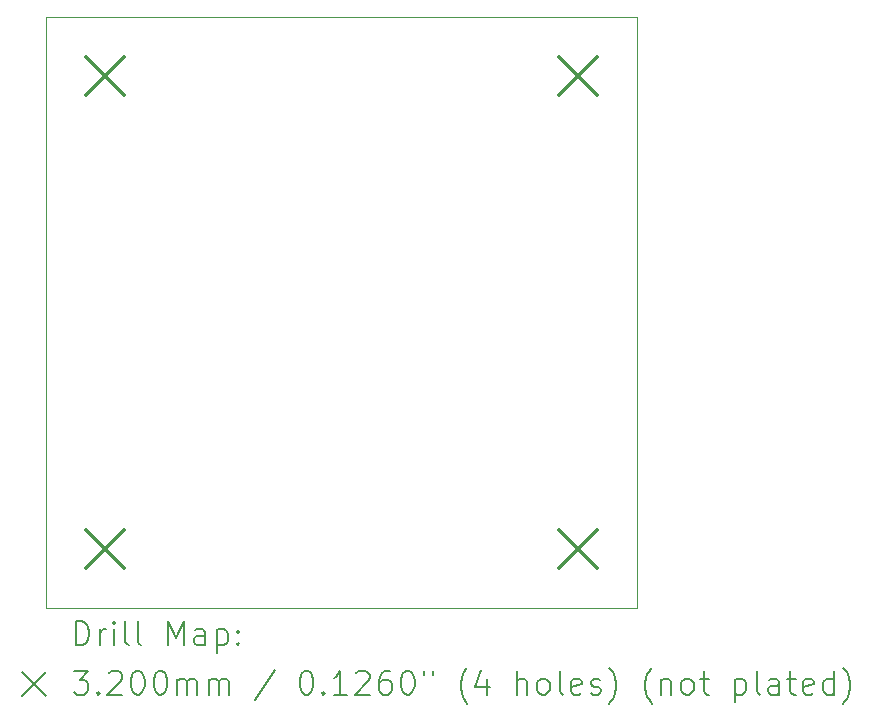
<source format=gbr>
%TF.GenerationSoftware,KiCad,Pcbnew,6.0.11-2627ca5db0~126~ubuntu20.04.1*%
%TF.CreationDate,2025-05-12T21:47:31+10:00*%
%TF.ProjectId,encoder_pcb,656e636f-6465-4725-9f70-63622e6b6963,rev?*%
%TF.SameCoordinates,Original*%
%TF.FileFunction,Drillmap*%
%TF.FilePolarity,Positive*%
%FSLAX45Y45*%
G04 Gerber Fmt 4.5, Leading zero omitted, Abs format (unit mm)*
G04 Created by KiCad (PCBNEW 6.0.11-2627ca5db0~126~ubuntu20.04.1) date 2025-05-12 21:47:31*
%MOMM*%
%LPD*%
G01*
G04 APERTURE LIST*
%ADD10C,0.100000*%
%ADD11C,0.200000*%
%ADD12C,0.320000*%
G04 APERTURE END LIST*
D10*
X11900000Y-7500000D02*
X16900000Y-7500000D01*
X16900000Y-7500000D02*
X16900000Y-12500000D01*
X16900000Y-12500000D02*
X11900000Y-12500000D01*
X11900000Y-12500000D02*
X11900000Y-7500000D01*
D11*
D12*
X12240000Y-7840000D02*
X12560000Y-8160000D01*
X12560000Y-7840000D02*
X12240000Y-8160000D01*
X12240000Y-11840000D02*
X12560000Y-12160000D01*
X12560000Y-11840000D02*
X12240000Y-12160000D01*
X16240000Y-7840000D02*
X16560000Y-8160000D01*
X16560000Y-7840000D02*
X16240000Y-8160000D01*
X16240000Y-11840000D02*
X16560000Y-12160000D01*
X16560000Y-11840000D02*
X16240000Y-12160000D01*
D11*
X12152619Y-12815476D02*
X12152619Y-12615476D01*
X12200238Y-12615476D01*
X12228809Y-12625000D01*
X12247857Y-12644048D01*
X12257381Y-12663095D01*
X12266905Y-12701190D01*
X12266905Y-12729762D01*
X12257381Y-12767857D01*
X12247857Y-12786905D01*
X12228809Y-12805952D01*
X12200238Y-12815476D01*
X12152619Y-12815476D01*
X12352619Y-12815476D02*
X12352619Y-12682143D01*
X12352619Y-12720238D02*
X12362143Y-12701190D01*
X12371667Y-12691667D01*
X12390714Y-12682143D01*
X12409762Y-12682143D01*
X12476428Y-12815476D02*
X12476428Y-12682143D01*
X12476428Y-12615476D02*
X12466905Y-12625000D01*
X12476428Y-12634524D01*
X12485952Y-12625000D01*
X12476428Y-12615476D01*
X12476428Y-12634524D01*
X12600238Y-12815476D02*
X12581190Y-12805952D01*
X12571667Y-12786905D01*
X12571667Y-12615476D01*
X12705000Y-12815476D02*
X12685952Y-12805952D01*
X12676428Y-12786905D01*
X12676428Y-12615476D01*
X12933571Y-12815476D02*
X12933571Y-12615476D01*
X13000238Y-12758333D01*
X13066905Y-12615476D01*
X13066905Y-12815476D01*
X13247857Y-12815476D02*
X13247857Y-12710714D01*
X13238333Y-12691667D01*
X13219286Y-12682143D01*
X13181190Y-12682143D01*
X13162143Y-12691667D01*
X13247857Y-12805952D02*
X13228809Y-12815476D01*
X13181190Y-12815476D01*
X13162143Y-12805952D01*
X13152619Y-12786905D01*
X13152619Y-12767857D01*
X13162143Y-12748809D01*
X13181190Y-12739286D01*
X13228809Y-12739286D01*
X13247857Y-12729762D01*
X13343095Y-12682143D02*
X13343095Y-12882143D01*
X13343095Y-12691667D02*
X13362143Y-12682143D01*
X13400238Y-12682143D01*
X13419286Y-12691667D01*
X13428809Y-12701190D01*
X13438333Y-12720238D01*
X13438333Y-12777381D01*
X13428809Y-12796428D01*
X13419286Y-12805952D01*
X13400238Y-12815476D01*
X13362143Y-12815476D01*
X13343095Y-12805952D01*
X13524048Y-12796428D02*
X13533571Y-12805952D01*
X13524048Y-12815476D01*
X13514524Y-12805952D01*
X13524048Y-12796428D01*
X13524048Y-12815476D01*
X13524048Y-12691667D02*
X13533571Y-12701190D01*
X13524048Y-12710714D01*
X13514524Y-12701190D01*
X13524048Y-12691667D01*
X13524048Y-12710714D01*
X11695000Y-13045000D02*
X11895000Y-13245000D01*
X11895000Y-13045000D02*
X11695000Y-13245000D01*
X12133571Y-13035476D02*
X12257381Y-13035476D01*
X12190714Y-13111667D01*
X12219286Y-13111667D01*
X12238333Y-13121190D01*
X12247857Y-13130714D01*
X12257381Y-13149762D01*
X12257381Y-13197381D01*
X12247857Y-13216428D01*
X12238333Y-13225952D01*
X12219286Y-13235476D01*
X12162143Y-13235476D01*
X12143095Y-13225952D01*
X12133571Y-13216428D01*
X12343095Y-13216428D02*
X12352619Y-13225952D01*
X12343095Y-13235476D01*
X12333571Y-13225952D01*
X12343095Y-13216428D01*
X12343095Y-13235476D01*
X12428809Y-13054524D02*
X12438333Y-13045000D01*
X12457381Y-13035476D01*
X12505000Y-13035476D01*
X12524048Y-13045000D01*
X12533571Y-13054524D01*
X12543095Y-13073571D01*
X12543095Y-13092619D01*
X12533571Y-13121190D01*
X12419286Y-13235476D01*
X12543095Y-13235476D01*
X12666905Y-13035476D02*
X12685952Y-13035476D01*
X12705000Y-13045000D01*
X12714524Y-13054524D01*
X12724048Y-13073571D01*
X12733571Y-13111667D01*
X12733571Y-13159286D01*
X12724048Y-13197381D01*
X12714524Y-13216428D01*
X12705000Y-13225952D01*
X12685952Y-13235476D01*
X12666905Y-13235476D01*
X12647857Y-13225952D01*
X12638333Y-13216428D01*
X12628809Y-13197381D01*
X12619286Y-13159286D01*
X12619286Y-13111667D01*
X12628809Y-13073571D01*
X12638333Y-13054524D01*
X12647857Y-13045000D01*
X12666905Y-13035476D01*
X12857381Y-13035476D02*
X12876428Y-13035476D01*
X12895476Y-13045000D01*
X12905000Y-13054524D01*
X12914524Y-13073571D01*
X12924048Y-13111667D01*
X12924048Y-13159286D01*
X12914524Y-13197381D01*
X12905000Y-13216428D01*
X12895476Y-13225952D01*
X12876428Y-13235476D01*
X12857381Y-13235476D01*
X12838333Y-13225952D01*
X12828809Y-13216428D01*
X12819286Y-13197381D01*
X12809762Y-13159286D01*
X12809762Y-13111667D01*
X12819286Y-13073571D01*
X12828809Y-13054524D01*
X12838333Y-13045000D01*
X12857381Y-13035476D01*
X13009762Y-13235476D02*
X13009762Y-13102143D01*
X13009762Y-13121190D02*
X13019286Y-13111667D01*
X13038333Y-13102143D01*
X13066905Y-13102143D01*
X13085952Y-13111667D01*
X13095476Y-13130714D01*
X13095476Y-13235476D01*
X13095476Y-13130714D02*
X13105000Y-13111667D01*
X13124048Y-13102143D01*
X13152619Y-13102143D01*
X13171667Y-13111667D01*
X13181190Y-13130714D01*
X13181190Y-13235476D01*
X13276428Y-13235476D02*
X13276428Y-13102143D01*
X13276428Y-13121190D02*
X13285952Y-13111667D01*
X13305000Y-13102143D01*
X13333571Y-13102143D01*
X13352619Y-13111667D01*
X13362143Y-13130714D01*
X13362143Y-13235476D01*
X13362143Y-13130714D02*
X13371667Y-13111667D01*
X13390714Y-13102143D01*
X13419286Y-13102143D01*
X13438333Y-13111667D01*
X13447857Y-13130714D01*
X13447857Y-13235476D01*
X13838333Y-13025952D02*
X13666905Y-13283095D01*
X14095476Y-13035476D02*
X14114524Y-13035476D01*
X14133571Y-13045000D01*
X14143095Y-13054524D01*
X14152619Y-13073571D01*
X14162143Y-13111667D01*
X14162143Y-13159286D01*
X14152619Y-13197381D01*
X14143095Y-13216428D01*
X14133571Y-13225952D01*
X14114524Y-13235476D01*
X14095476Y-13235476D01*
X14076428Y-13225952D01*
X14066905Y-13216428D01*
X14057381Y-13197381D01*
X14047857Y-13159286D01*
X14047857Y-13111667D01*
X14057381Y-13073571D01*
X14066905Y-13054524D01*
X14076428Y-13045000D01*
X14095476Y-13035476D01*
X14247857Y-13216428D02*
X14257381Y-13225952D01*
X14247857Y-13235476D01*
X14238333Y-13225952D01*
X14247857Y-13216428D01*
X14247857Y-13235476D01*
X14447857Y-13235476D02*
X14333571Y-13235476D01*
X14390714Y-13235476D02*
X14390714Y-13035476D01*
X14371667Y-13064048D01*
X14352619Y-13083095D01*
X14333571Y-13092619D01*
X14524048Y-13054524D02*
X14533571Y-13045000D01*
X14552619Y-13035476D01*
X14600238Y-13035476D01*
X14619286Y-13045000D01*
X14628809Y-13054524D01*
X14638333Y-13073571D01*
X14638333Y-13092619D01*
X14628809Y-13121190D01*
X14514524Y-13235476D01*
X14638333Y-13235476D01*
X14809762Y-13035476D02*
X14771667Y-13035476D01*
X14752619Y-13045000D01*
X14743095Y-13054524D01*
X14724048Y-13083095D01*
X14714524Y-13121190D01*
X14714524Y-13197381D01*
X14724048Y-13216428D01*
X14733571Y-13225952D01*
X14752619Y-13235476D01*
X14790714Y-13235476D01*
X14809762Y-13225952D01*
X14819286Y-13216428D01*
X14828809Y-13197381D01*
X14828809Y-13149762D01*
X14819286Y-13130714D01*
X14809762Y-13121190D01*
X14790714Y-13111667D01*
X14752619Y-13111667D01*
X14733571Y-13121190D01*
X14724048Y-13130714D01*
X14714524Y-13149762D01*
X14952619Y-13035476D02*
X14971667Y-13035476D01*
X14990714Y-13045000D01*
X15000238Y-13054524D01*
X15009762Y-13073571D01*
X15019286Y-13111667D01*
X15019286Y-13159286D01*
X15009762Y-13197381D01*
X15000238Y-13216428D01*
X14990714Y-13225952D01*
X14971667Y-13235476D01*
X14952619Y-13235476D01*
X14933571Y-13225952D01*
X14924048Y-13216428D01*
X14914524Y-13197381D01*
X14905000Y-13159286D01*
X14905000Y-13111667D01*
X14914524Y-13073571D01*
X14924048Y-13054524D01*
X14933571Y-13045000D01*
X14952619Y-13035476D01*
X15095476Y-13035476D02*
X15095476Y-13073571D01*
X15171667Y-13035476D02*
X15171667Y-13073571D01*
X15466905Y-13311667D02*
X15457381Y-13302143D01*
X15438333Y-13273571D01*
X15428809Y-13254524D01*
X15419286Y-13225952D01*
X15409762Y-13178333D01*
X15409762Y-13140238D01*
X15419286Y-13092619D01*
X15428809Y-13064048D01*
X15438333Y-13045000D01*
X15457381Y-13016428D01*
X15466905Y-13006905D01*
X15628809Y-13102143D02*
X15628809Y-13235476D01*
X15581190Y-13025952D02*
X15533571Y-13168809D01*
X15657381Y-13168809D01*
X15885952Y-13235476D02*
X15885952Y-13035476D01*
X15971667Y-13235476D02*
X15971667Y-13130714D01*
X15962143Y-13111667D01*
X15943095Y-13102143D01*
X15914524Y-13102143D01*
X15895476Y-13111667D01*
X15885952Y-13121190D01*
X16095476Y-13235476D02*
X16076428Y-13225952D01*
X16066905Y-13216428D01*
X16057381Y-13197381D01*
X16057381Y-13140238D01*
X16066905Y-13121190D01*
X16076428Y-13111667D01*
X16095476Y-13102143D01*
X16124048Y-13102143D01*
X16143095Y-13111667D01*
X16152619Y-13121190D01*
X16162143Y-13140238D01*
X16162143Y-13197381D01*
X16152619Y-13216428D01*
X16143095Y-13225952D01*
X16124048Y-13235476D01*
X16095476Y-13235476D01*
X16276428Y-13235476D02*
X16257381Y-13225952D01*
X16247857Y-13206905D01*
X16247857Y-13035476D01*
X16428809Y-13225952D02*
X16409762Y-13235476D01*
X16371667Y-13235476D01*
X16352619Y-13225952D01*
X16343095Y-13206905D01*
X16343095Y-13130714D01*
X16352619Y-13111667D01*
X16371667Y-13102143D01*
X16409762Y-13102143D01*
X16428809Y-13111667D01*
X16438333Y-13130714D01*
X16438333Y-13149762D01*
X16343095Y-13168809D01*
X16514524Y-13225952D02*
X16533571Y-13235476D01*
X16571667Y-13235476D01*
X16590714Y-13225952D01*
X16600238Y-13206905D01*
X16600238Y-13197381D01*
X16590714Y-13178333D01*
X16571667Y-13168809D01*
X16543095Y-13168809D01*
X16524048Y-13159286D01*
X16514524Y-13140238D01*
X16514524Y-13130714D01*
X16524048Y-13111667D01*
X16543095Y-13102143D01*
X16571667Y-13102143D01*
X16590714Y-13111667D01*
X16666905Y-13311667D02*
X16676428Y-13302143D01*
X16695476Y-13273571D01*
X16705000Y-13254524D01*
X16714524Y-13225952D01*
X16724048Y-13178333D01*
X16724048Y-13140238D01*
X16714524Y-13092619D01*
X16705000Y-13064048D01*
X16695476Y-13045000D01*
X16676428Y-13016428D01*
X16666905Y-13006905D01*
X17028810Y-13311667D02*
X17019286Y-13302143D01*
X17000238Y-13273571D01*
X16990714Y-13254524D01*
X16981190Y-13225952D01*
X16971667Y-13178333D01*
X16971667Y-13140238D01*
X16981190Y-13092619D01*
X16990714Y-13064048D01*
X17000238Y-13045000D01*
X17019286Y-13016428D01*
X17028810Y-13006905D01*
X17105000Y-13102143D02*
X17105000Y-13235476D01*
X17105000Y-13121190D02*
X17114524Y-13111667D01*
X17133571Y-13102143D01*
X17162143Y-13102143D01*
X17181190Y-13111667D01*
X17190714Y-13130714D01*
X17190714Y-13235476D01*
X17314524Y-13235476D02*
X17295476Y-13225952D01*
X17285952Y-13216428D01*
X17276429Y-13197381D01*
X17276429Y-13140238D01*
X17285952Y-13121190D01*
X17295476Y-13111667D01*
X17314524Y-13102143D01*
X17343095Y-13102143D01*
X17362143Y-13111667D01*
X17371667Y-13121190D01*
X17381190Y-13140238D01*
X17381190Y-13197381D01*
X17371667Y-13216428D01*
X17362143Y-13225952D01*
X17343095Y-13235476D01*
X17314524Y-13235476D01*
X17438333Y-13102143D02*
X17514524Y-13102143D01*
X17466905Y-13035476D02*
X17466905Y-13206905D01*
X17476429Y-13225952D01*
X17495476Y-13235476D01*
X17514524Y-13235476D01*
X17733571Y-13102143D02*
X17733571Y-13302143D01*
X17733571Y-13111667D02*
X17752619Y-13102143D01*
X17790714Y-13102143D01*
X17809762Y-13111667D01*
X17819286Y-13121190D01*
X17828810Y-13140238D01*
X17828810Y-13197381D01*
X17819286Y-13216428D01*
X17809762Y-13225952D01*
X17790714Y-13235476D01*
X17752619Y-13235476D01*
X17733571Y-13225952D01*
X17943095Y-13235476D02*
X17924048Y-13225952D01*
X17914524Y-13206905D01*
X17914524Y-13035476D01*
X18105000Y-13235476D02*
X18105000Y-13130714D01*
X18095476Y-13111667D01*
X18076429Y-13102143D01*
X18038333Y-13102143D01*
X18019286Y-13111667D01*
X18105000Y-13225952D02*
X18085952Y-13235476D01*
X18038333Y-13235476D01*
X18019286Y-13225952D01*
X18009762Y-13206905D01*
X18009762Y-13187857D01*
X18019286Y-13168809D01*
X18038333Y-13159286D01*
X18085952Y-13159286D01*
X18105000Y-13149762D01*
X18171667Y-13102143D02*
X18247857Y-13102143D01*
X18200238Y-13035476D02*
X18200238Y-13206905D01*
X18209762Y-13225952D01*
X18228810Y-13235476D01*
X18247857Y-13235476D01*
X18390714Y-13225952D02*
X18371667Y-13235476D01*
X18333571Y-13235476D01*
X18314524Y-13225952D01*
X18305000Y-13206905D01*
X18305000Y-13130714D01*
X18314524Y-13111667D01*
X18333571Y-13102143D01*
X18371667Y-13102143D01*
X18390714Y-13111667D01*
X18400238Y-13130714D01*
X18400238Y-13149762D01*
X18305000Y-13168809D01*
X18571667Y-13235476D02*
X18571667Y-13035476D01*
X18571667Y-13225952D02*
X18552619Y-13235476D01*
X18514524Y-13235476D01*
X18495476Y-13225952D01*
X18485952Y-13216428D01*
X18476429Y-13197381D01*
X18476429Y-13140238D01*
X18485952Y-13121190D01*
X18495476Y-13111667D01*
X18514524Y-13102143D01*
X18552619Y-13102143D01*
X18571667Y-13111667D01*
X18647857Y-13311667D02*
X18657381Y-13302143D01*
X18676429Y-13273571D01*
X18685952Y-13254524D01*
X18695476Y-13225952D01*
X18705000Y-13178333D01*
X18705000Y-13140238D01*
X18695476Y-13092619D01*
X18685952Y-13064048D01*
X18676429Y-13045000D01*
X18657381Y-13016428D01*
X18647857Y-13006905D01*
M02*

</source>
